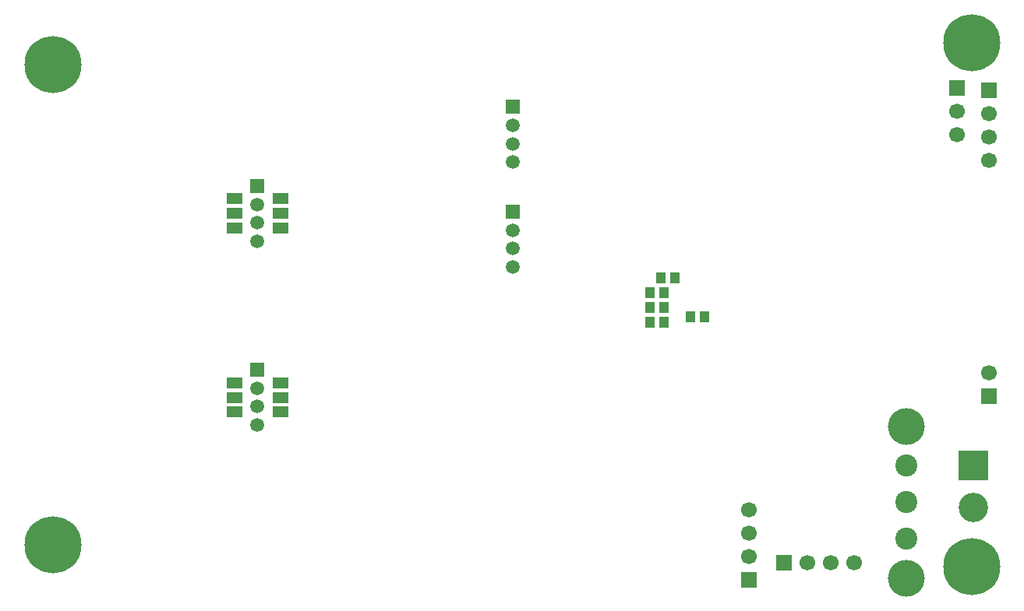
<source format=gbs>
G04 (created by PCBNEW (2013-07-07 BZR 4022)-stable) date 06/12/2014 00:31:43*
%MOIN*%
G04 Gerber Fmt 3.4, Leading zero omitted, Abs format*
%FSLAX34Y34*%
G01*
G70*
G90*
G04 APERTURE LIST*
%ADD10C,0.00590551*%
%ADD11C,0.0944882*%
%ADD12C,0.15748*%
%ADD13R,0.0708661X0.0511811*%
%ADD14C,0.244074*%
%ADD15R,0.0669291X0.0669291*%
%ADD16C,0.0669291*%
%ADD17R,0.042874X0.047874*%
%ADD18R,0.125984X0.125984*%
%ADD19C,0.125984*%
%ADD20R,0.0590551X0.0590551*%
%ADD21C,0.0590551*%
G04 APERTURE END LIST*
G54D10*
G54D11*
X76574Y-81102D03*
X76574Y-79527D03*
X76574Y-77952D03*
G54D12*
X76574Y-82775D03*
X76574Y-76279D03*
G54D13*
X47834Y-74409D03*
X47834Y-75039D03*
X47834Y-75669D03*
X49803Y-74409D03*
X49803Y-75039D03*
X49803Y-75669D03*
X47834Y-66535D03*
X47834Y-67165D03*
X47834Y-67795D03*
X49803Y-66535D03*
X49803Y-67165D03*
X49803Y-67795D03*
G54D14*
X40078Y-60787D03*
X40078Y-81338D03*
X79370Y-82283D03*
X79370Y-59842D03*
G54D15*
X80118Y-61885D03*
G54D16*
X80118Y-62885D03*
X80118Y-63885D03*
X80118Y-64885D03*
G54D15*
X69842Y-82838D03*
G54D16*
X69842Y-81838D03*
X69842Y-80838D03*
X69842Y-79838D03*
G54D15*
X78740Y-61795D03*
G54D16*
X78740Y-62795D03*
X78740Y-63795D03*
G54D15*
X80118Y-74988D03*
G54D16*
X80118Y-73988D03*
G54D15*
X71334Y-82125D03*
G54D16*
X72334Y-82125D03*
X73334Y-82125D03*
X74334Y-82125D03*
G54D17*
X67937Y-71574D03*
X67337Y-71574D03*
X65605Y-70551D03*
X66205Y-70551D03*
X65605Y-71181D03*
X66205Y-71181D03*
X65605Y-71811D03*
X66205Y-71811D03*
X66077Y-69921D03*
X66677Y-69921D03*
G54D18*
X79448Y-77952D03*
G54D19*
X79448Y-79763D03*
G54D20*
X59763Y-67086D03*
G54D21*
X59763Y-67874D03*
X59763Y-68661D03*
X59763Y-69448D03*
G54D20*
X48818Y-73858D03*
G54D21*
X48818Y-74645D03*
X48818Y-75433D03*
X48818Y-76220D03*
G54D20*
X59763Y-62598D03*
G54D21*
X59763Y-63385D03*
X59763Y-64173D03*
X59763Y-64960D03*
G54D20*
X48818Y-65984D03*
G54D21*
X48818Y-66771D03*
X48818Y-67559D03*
X48818Y-68346D03*
M02*

</source>
